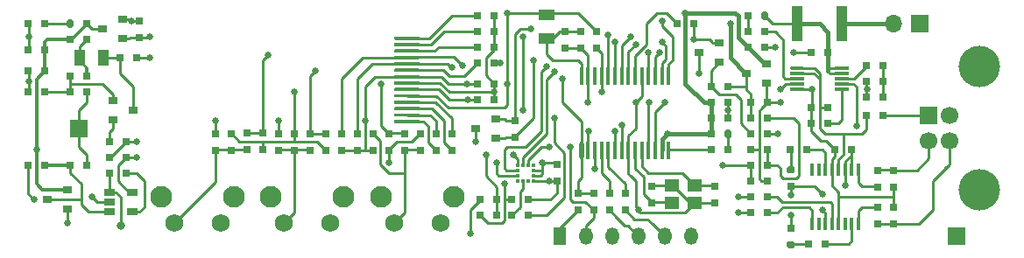
<source format=gtl>
%TF.GenerationSoftware,KiCad,Pcbnew,(5.1.10)-1*%
%TF.CreationDate,2021-09-27T23:11:59+02:00*%
%TF.ProjectId,MLGC210815,4d4c4743-3231-4303-9831-352e6b696361,rev?*%
%TF.SameCoordinates,Original*%
%TF.FileFunction,Copper,L1,Top*%
%TF.FilePolarity,Positive*%
%FSLAX46Y46*%
G04 Gerber Fmt 4.6, Leading zero omitted, Abs format (unit mm)*
G04 Created by KiCad (PCBNEW (5.1.10)-1) date 2021-09-27 23:11:59*
%MOMM*%
%LPD*%
G01*
G04 APERTURE LIST*
%TA.AperFunction,SMDPad,CuDef*%
%ADD10R,0.700000X0.800000*%
%TD*%
%TA.AperFunction,SMDPad,CuDef*%
%ADD11R,0.800000X0.700000*%
%TD*%
%TA.AperFunction,SMDPad,CuDef*%
%ADD12R,1.000000X1.500000*%
%TD*%
%TA.AperFunction,ComponentPad*%
%ADD13R,1.700000X1.700000*%
%TD*%
%TA.AperFunction,ComponentPad*%
%ADD14O,1.700000X1.700000*%
%TD*%
%TA.AperFunction,SMDPad,CuDef*%
%ADD15R,1.400000X1.200000*%
%TD*%
%TA.AperFunction,ComponentPad*%
%ADD16R,1.300000X1.700000*%
%TD*%
%TA.AperFunction,ComponentPad*%
%ADD17O,1.300000X1.700000*%
%TD*%
%TA.AperFunction,SMDPad,CuDef*%
%ADD18R,1.500000X1.000000*%
%TD*%
%TA.AperFunction,SMDPad,CuDef*%
%ADD19R,0.900000X0.800000*%
%TD*%
%TA.AperFunction,SMDPad,CuDef*%
%ADD20O,1.475000X0.300000*%
%TD*%
%TA.AperFunction,SMDPad,CuDef*%
%ADD21R,1.475000X0.300000*%
%TD*%
%TA.AperFunction,SMDPad,CuDef*%
%ADD22O,0.400000X1.200000*%
%TD*%
%TA.AperFunction,SMDPad,CuDef*%
%ADD23R,0.400000X1.200000*%
%TD*%
%TA.AperFunction,SMDPad,CuDef*%
%ADD24R,0.375000X0.350000*%
%TD*%
%TA.AperFunction,SMDPad,CuDef*%
%ADD25R,0.350000X0.375000*%
%TD*%
%TA.AperFunction,SMDPad,CuDef*%
%ADD26R,1.060000X0.650000*%
%TD*%
%TA.AperFunction,SMDPad,CuDef*%
%ADD27O,0.450000X1.750000*%
%TD*%
%TA.AperFunction,SMDPad,CuDef*%
%ADD28R,0.450000X1.750000*%
%TD*%
%TA.AperFunction,ComponentPad*%
%ADD29C,2.100000*%
%TD*%
%TA.AperFunction,ComponentPad*%
%ADD30C,1.750000*%
%TD*%
%TA.AperFunction,ComponentPad*%
%ADD31C,1.700000*%
%TD*%
%TA.AperFunction,ComponentPad*%
%ADD32C,4.000000*%
%TD*%
%TA.AperFunction,SMDPad,CuDef*%
%ADD33R,1.125000X3.400000*%
%TD*%
%TA.AperFunction,ViaPad*%
%ADD34C,0.635000*%
%TD*%
%TA.AperFunction,ViaPad*%
%ADD35C,0.812800*%
%TD*%
%TA.AperFunction,ViaPad*%
%ADD36C,0.800000*%
%TD*%
%TA.AperFunction,Conductor*%
%ADD37C,0.254000*%
%TD*%
%TA.AperFunction,Conductor*%
%ADD38C,0.250000*%
%TD*%
%TA.AperFunction,Conductor*%
%ADD39C,0.304800*%
%TD*%
%TA.AperFunction,Conductor*%
%ADD40C,0.381000*%
%TD*%
G04 APERTURE END LIST*
%TO.P,U7,14*%
%TO.N,Net-(C36-Pad1)*%
%TA.AperFunction,SMDPad,CuDef*%
G36*
G01*
X36340000Y20614000D02*
X36340000Y20774000D01*
G75*
G02*
X36420000Y20854000I80000J0D01*
G01*
X38760000Y20854000D01*
G75*
G02*
X38840000Y20774000I0J-80000D01*
G01*
X38840000Y20614000D01*
G75*
G02*
X38760000Y20534000I-80000J0D01*
G01*
X36420000Y20534000D01*
G75*
G02*
X36340000Y20614000I0J80000D01*
G01*
G37*
%TD.AperFunction*%
%TO.P,U7,13*%
%TO.N,Net-(C35-Pad1)*%
%TA.AperFunction,SMDPad,CuDef*%
G36*
G01*
X36340000Y19994000D02*
X36340000Y20154000D01*
G75*
G02*
X36420000Y20234000I80000J0D01*
G01*
X38760000Y20234000D01*
G75*
G02*
X38840000Y20154000I0J-80000D01*
G01*
X38840000Y19994000D01*
G75*
G02*
X38760000Y19914000I-80000J0D01*
G01*
X36420000Y19914000D01*
G75*
G02*
X36340000Y19994000I0J80000D01*
G01*
G37*
%TD.AperFunction*%
%TO.P,U7,12*%
%TO.N,Net-(R42-Pad1)*%
%TA.AperFunction,SMDPad,CuDef*%
G36*
G01*
X36340000Y19374000D02*
X36340000Y19534000D01*
G75*
G02*
X36420000Y19614000I80000J0D01*
G01*
X38760000Y19614000D01*
G75*
G02*
X38840000Y19534000I0J-80000D01*
G01*
X38840000Y19374000D01*
G75*
G02*
X38760000Y19294000I-80000J0D01*
G01*
X36420000Y19294000D01*
G75*
G02*
X36340000Y19374000I0J80000D01*
G01*
G37*
%TD.AperFunction*%
%TO.P,U7,11*%
%TO.N,/SDA1*%
%TA.AperFunction,SMDPad,CuDef*%
G36*
G01*
X36340000Y18754000D02*
X36340000Y18914000D01*
G75*
G02*
X36420000Y18994000I80000J0D01*
G01*
X38760000Y18994000D01*
G75*
G02*
X38840000Y18914000I0J-80000D01*
G01*
X38840000Y18754000D01*
G75*
G02*
X38760000Y18674000I-80000J0D01*
G01*
X36420000Y18674000D01*
G75*
G02*
X36340000Y18754000I0J80000D01*
G01*
G37*
%TD.AperFunction*%
%TO.P,U7,10*%
%TO.N,/SCL1*%
%TA.AperFunction,SMDPad,CuDef*%
G36*
G01*
X36340000Y18134000D02*
X36340000Y18294000D01*
G75*
G02*
X36420000Y18374000I80000J0D01*
G01*
X38760000Y18374000D01*
G75*
G02*
X38840000Y18294000I0J-80000D01*
G01*
X38840000Y18134000D01*
G75*
G02*
X38760000Y18054000I-80000J0D01*
G01*
X36420000Y18054000D01*
G75*
G02*
X36340000Y18134000I0J80000D01*
G01*
G37*
%TD.AperFunction*%
%TO.P,U7,9*%
%TO.N,Net-(R44-Pad2)*%
%TA.AperFunction,SMDPad,CuDef*%
G36*
G01*
X36340000Y17514000D02*
X36340000Y17674000D01*
G75*
G02*
X36420000Y17754000I80000J0D01*
G01*
X38760000Y17754000D01*
G75*
G02*
X38840000Y17674000I0J-80000D01*
G01*
X38840000Y17514000D01*
G75*
G02*
X38760000Y17434000I-80000J0D01*
G01*
X36420000Y17434000D01*
G75*
G02*
X36340000Y17514000I0J80000D01*
G01*
G37*
%TD.AperFunction*%
%TO.P,U7,8*%
%TO.N,+3V3*%
%TA.AperFunction,SMDPad,CuDef*%
G36*
G01*
X36340000Y16894000D02*
X36340000Y17054000D01*
G75*
G02*
X36420000Y17134000I80000J0D01*
G01*
X38760000Y17134000D01*
G75*
G02*
X38840000Y17054000I0J-80000D01*
G01*
X38840000Y16894000D01*
G75*
G02*
X38760000Y16814000I-80000J0D01*
G01*
X36420000Y16814000D01*
G75*
G02*
X36340000Y16894000I0J80000D01*
G01*
G37*
%TD.AperFunction*%
%TO.P,U7,7*%
%TO.N,GNDD*%
%TA.AperFunction,SMDPad,CuDef*%
G36*
G01*
X36340000Y16274000D02*
X36340000Y16434000D01*
G75*
G02*
X36420000Y16514000I80000J0D01*
G01*
X38760000Y16514000D01*
G75*
G02*
X38840000Y16434000I0J-80000D01*
G01*
X38840000Y16274000D01*
G75*
G02*
X38760000Y16194000I-80000J0D01*
G01*
X36420000Y16194000D01*
G75*
G02*
X36340000Y16274000I0J80000D01*
G01*
G37*
%TD.AperFunction*%
%TO.P,U7,6*%
%TO.N,Net-(C29-Pad1)*%
%TA.AperFunction,SMDPad,CuDef*%
G36*
G01*
X36340000Y15654000D02*
X36340000Y15814000D01*
G75*
G02*
X36420000Y15894000I80000J0D01*
G01*
X38760000Y15894000D01*
G75*
G02*
X38840000Y15814000I0J-80000D01*
G01*
X38840000Y15654000D01*
G75*
G02*
X38760000Y15574000I-80000J0D01*
G01*
X36420000Y15574000D01*
G75*
G02*
X36340000Y15654000I0J80000D01*
G01*
G37*
%TD.AperFunction*%
%TO.P,U7,5*%
%TO.N,+3V3*%
%TA.AperFunction,SMDPad,CuDef*%
G36*
G01*
X36340000Y15034000D02*
X36340000Y15194000D01*
G75*
G02*
X36420000Y15274000I80000J0D01*
G01*
X38760000Y15274000D01*
G75*
G02*
X38840000Y15194000I0J-80000D01*
G01*
X38840000Y15034000D01*
G75*
G02*
X38760000Y14954000I-80000J0D01*
G01*
X36420000Y14954000D01*
G75*
G02*
X36340000Y15034000I0J80000D01*
G01*
G37*
%TD.AperFunction*%
%TO.P,U7,4*%
%TO.N,Net-(C32-Pad1)*%
%TA.AperFunction,SMDPad,CuDef*%
G36*
G01*
X36340000Y14414000D02*
X36340000Y14574000D01*
G75*
G02*
X36420000Y14654000I80000J0D01*
G01*
X38760000Y14654000D01*
G75*
G02*
X38840000Y14574000I0J-80000D01*
G01*
X38840000Y14414000D01*
G75*
G02*
X38760000Y14334000I-80000J0D01*
G01*
X36420000Y14334000D01*
G75*
G02*
X36340000Y14414000I0J80000D01*
G01*
G37*
%TD.AperFunction*%
%TO.P,U7,3*%
%TO.N,Net-(C32-Pad2)*%
%TA.AperFunction,SMDPad,CuDef*%
G36*
G01*
X36340000Y13794000D02*
X36340000Y13954000D01*
G75*
G02*
X36420000Y14034000I80000J0D01*
G01*
X38760000Y14034000D01*
G75*
G02*
X38840000Y13954000I0J-80000D01*
G01*
X38840000Y13794000D01*
G75*
G02*
X38760000Y13714000I-80000J0D01*
G01*
X36420000Y13714000D01*
G75*
G02*
X36340000Y13794000I0J80000D01*
G01*
G37*
%TD.AperFunction*%
%TO.P,U7,2*%
%TO.N,Net-(C30-Pad2)*%
%TA.AperFunction,SMDPad,CuDef*%
G36*
G01*
X36340000Y13174000D02*
X36340000Y13334000D01*
G75*
G02*
X36420000Y13414000I80000J0D01*
G01*
X38760000Y13414000D01*
G75*
G02*
X38840000Y13334000I0J-80000D01*
G01*
X38840000Y13174000D01*
G75*
G02*
X38760000Y13094000I-80000J0D01*
G01*
X36420000Y13094000D01*
G75*
G02*
X36340000Y13174000I0J80000D01*
G01*
G37*
%TD.AperFunction*%
%TO.P,U7,1*%
%TO.N,Net-(C30-Pad1)*%
%TA.AperFunction,SMDPad,CuDef*%
G36*
G01*
X36340000Y12554000D02*
X36340000Y12714000D01*
G75*
G02*
X36420000Y12794000I80000J0D01*
G01*
X38760000Y12794000D01*
G75*
G02*
X38840000Y12714000I0J-80000D01*
G01*
X38840000Y12554000D01*
G75*
G02*
X38760000Y12474000I-80000J0D01*
G01*
X36420000Y12474000D01*
G75*
G02*
X36340000Y12554000I0J80000D01*
G01*
G37*
%TD.AperFunction*%
%TD*%
D10*
%TO.P,R16,2*%
%TO.N,Net-(R16-Pad2)*%
X10464000Y7620000D03*
%TO.P,R16,1*%
%TO.N,Net-(R15-Pad1)*%
X8840000Y7620000D03*
%TD*%
%TO.P,R44,2*%
%TO.N,Net-(R44-Pad2)*%
X44400000Y18288000D03*
%TO.P,R44,1*%
%TO.N,/RST#*%
X46024000Y18288000D03*
%TD*%
%TO.P,C13,2*%
%TO.N,GNDD*%
X44654000Y3556000D03*
%TO.P,C13,1*%
%TO.N,/AN0*%
X46278000Y3556000D03*
%TD*%
D11*
%TO.P,C21,2*%
%TO.N,GNDD*%
X35814000Y9856000D03*
%TO.P,C21,1*%
%TO.N,/UP#*%
X35814000Y11480000D03*
%TD*%
D12*
%TO.P,L1,1*%
%TO.N,Net-(L1-Pad1)*%
X5969000Y18796000D03*
%TO.P,L1,2*%
%TO.N,Net-(C11-Pad2)*%
X8255000Y18796000D03*
%TD*%
D10*
%TO.P,R12,2*%
%TO.N,+3.3VA*%
X5030000Y20599400D03*
%TO.P,R12,1*%
%TO.N,Net-(L1-Pad1)*%
X6654000Y20599400D03*
%TD*%
%TO.P,R7,2*%
%TO.N,Net-(C8-Pad2)*%
X6654000Y8382000D03*
%TO.P,R7,1*%
%TO.N,Net-(D2-Pad3)*%
X5030000Y8382000D03*
%TD*%
%TO.P,C11,2*%
%TO.N,Net-(C11-Pad2)*%
X9856000Y18796000D03*
%TO.P,C11,1*%
%TO.N,/IC1*%
X11480000Y18796000D03*
%TD*%
D13*
%TO.P,J5,1*%
%TO.N,GNDD*%
X87122000Y22098000D03*
D14*
%TO.P,J5,2*%
%TO.N,Net-(F1-Pad2)*%
X84582000Y22098000D03*
%TD*%
D15*
%TO.P,Y1,1*%
%TO.N,Net-(C4-Pad1)*%
X63162000Y4763400D03*
%TO.P,Y1,2*%
%TO.N,GNDD*%
X65362000Y4763400D03*
%TO.P,Y1,3*%
%TO.N,Net-(C5-Pad1)*%
X65362000Y6463400D03*
%TO.P,Y1,4*%
%TO.N,GNDD*%
X63162000Y6463400D03*
%TD*%
D13*
%TO.P,J4,1*%
%TO.N,Net-(C8-Pad2)*%
X5842000Y11938000D03*
%TD*%
%TO.P,J3,1*%
%TO.N,GNDD*%
X90678000Y1524000D03*
%TD*%
D16*
%TO.P,J1,1*%
%TO.N,Net-(J1-Pad1)*%
X52324000Y1549400D03*
D17*
%TO.P,J1,2*%
%TO.N,+3V3*%
X54864000Y1549400D03*
%TO.P,J1,3*%
%TO.N,GNDD*%
X57404000Y1549400D03*
%TO.P,J1,4*%
%TO.N,Net-(J1-Pad4)*%
X59944000Y1549400D03*
%TO.P,J1,5*%
%TO.N,Net-(J1-Pad5)*%
X62484000Y1549400D03*
%TO.P,J1,6*%
%TO.N,Net-(J1-Pad6)*%
X65024000Y1549400D03*
%TD*%
D10*
%TO.P,R1,2*%
%TO.N,GNDD*%
X966000Y22098000D03*
%TO.P,R1,1*%
%TO.N,Net-(D1-Pad1)*%
X2590000Y22098000D03*
%TD*%
%TO.P,C8,2*%
%TO.N,Net-(C8-Pad2)*%
X6654000Y15494000D03*
%TO.P,C8,1*%
%TO.N,Net-(C8-Pad1)*%
X5030000Y15494000D03*
%TD*%
%TO.P,C6,2*%
%TO.N,GNDD*%
X966000Y17526000D03*
%TO.P,C6,1*%
%TO.N,+3.3VA*%
X2590000Y17526000D03*
%TD*%
D11*
%TO.P,C5,2*%
%TO.N,GNDD*%
X67310000Y4776000D03*
%TO.P,C5,1*%
%TO.N,Net-(C5-Pad1)*%
X67310000Y6400000D03*
%TD*%
%TO.P,C4,2*%
%TO.N,GNDD*%
X61214000Y6400000D03*
%TO.P,C4,1*%
%TO.N,Net-(C4-Pad1)*%
X61214000Y4776000D03*
%TD*%
D10*
%TO.P,C3,2*%
%TO.N,Net-(C3-Pad2)*%
X63704000Y22098000D03*
%TO.P,C3,1*%
%TO.N,GNDD*%
X65328000Y22098000D03*
%TD*%
%TO.P,C2,2*%
%TO.N,GNDD*%
X68630000Y14478000D03*
%TO.P,C2,1*%
%TO.N,+3V3*%
X67006000Y14478000D03*
%TD*%
D11*
%TO.P,R36,2*%
%TO.N,/DEN#*%
X48006000Y11126000D03*
%TO.P,R36,1*%
%TO.N,+BATT*%
X48006000Y12750000D03*
%TD*%
D10*
%TO.P,R14,2*%
%TO.N,Net-(Q3-Pad1)*%
X67006000Y16002000D03*
%TO.P,R14,1*%
%TO.N,+BATT*%
X68630000Y16002000D03*
%TD*%
%TO.P,R13,2*%
%TO.N,GNDD*%
X10464000Y10693400D03*
%TO.P,R13,1*%
%TO.N,Net-(Q2-Pad2)*%
X8840000Y10693400D03*
%TD*%
D11*
%TO.P,R9,2*%
%TO.N,/PSEN#*%
X11684000Y20778000D03*
%TO.P,R9,1*%
%TO.N,+3V3*%
X11684000Y22402000D03*
%TD*%
D10*
%TO.P,R43,2*%
%TO.N,Net-(R43-Pad2)*%
X72186000Y21336000D03*
%TO.P,R43,1*%
%TO.N,Net-(D6-Pad2)*%
X70562000Y21336000D03*
%TD*%
D11*
%TO.P,R21,2*%
%TO.N,+3V3*%
X25146000Y11480000D03*
%TO.P,R21,1*%
%TO.N,Net-(C19-Pad1)*%
X25146000Y9856000D03*
%TD*%
%TO.P,R20,2*%
%TO.N,+3V3*%
X34290000Y9856000D03*
%TO.P,R20,1*%
%TO.N,Net-(C18-Pad1)*%
X34290000Y11480000D03*
%TD*%
%TO.P,R19,2*%
%TO.N,+3V3*%
X19050000Y11480000D03*
%TO.P,R19,1*%
%TO.N,Net-(C17-Pad1)*%
X19050000Y9856000D03*
%TD*%
D10*
%TO.P,R11,2*%
%TO.N,Net-(C8-Pad1)*%
X2590000Y15494000D03*
%TO.P,R11,1*%
%TO.N,GNDD*%
X966000Y15494000D03*
%TD*%
%TO.P,R10,2*%
%TO.N,Net-(C8-Pad1)*%
X5030000Y17018000D03*
%TO.P,R10,1*%
%TO.N,Net-(L1-Pad1)*%
X6654000Y17018000D03*
%TD*%
%TO.P,C10,2*%
%TO.N,GNDD*%
X8840000Y9144000D03*
%TO.P,C10,1*%
%TO.N,+3.3VA*%
X10464000Y9144000D03*
%TD*%
%TO.P,L3,1*%
%TO.N,/5V_USB*%
X81992000Y13208000D03*
%TO.P,L3,2*%
%TO.N,Net-(J2-Pad1)*%
X83616000Y13208000D03*
%TD*%
D18*
%TO.P,L2,1*%
%TO.N,+3V3*%
X51054000Y22987000D03*
%TO.P,L2,2*%
%TO.N,Net-(C15-Pad1)*%
X51054000Y20701000D03*
%TD*%
D10*
%TO.P,R38,2*%
%TO.N,/PC-TX*%
X76250000Y9931400D03*
%TO.P,R38,1*%
%TO.N,Net-(D5-Pad1)*%
X74626000Y9931400D03*
%TD*%
%TO.P,R28,2*%
%TO.N,/PC-RX*%
X78028000Y787400D03*
%TO.P,R28,1*%
%TO.N,Net-(D4-Pad1)*%
X76404000Y787400D03*
%TD*%
%TO.P,R6,2*%
%TO.N,/LIVE_LED*%
X67006000Y9906000D03*
%TO.P,R6,1*%
%TO.N,Net-(D3-Pad1)*%
X68630000Y9906000D03*
%TD*%
D11*
%TO.P,R5,2*%
%TO.N,/MCLR#*%
X55626000Y5663400D03*
%TO.P,R5,1*%
%TO.N,+3V3*%
X55626000Y4039400D03*
%TD*%
%TO.P,R4,2*%
%TO.N,Net-(J1-Pad1)*%
X54102000Y4039400D03*
%TO.P,R4,1*%
%TO.N,/MCLR#*%
X54102000Y5663400D03*
%TD*%
%TO.P,R3,2*%
%TO.N,Net-(J1-Pad4)*%
X57150000Y4039400D03*
%TO.P,R3,1*%
%TO.N,/PGD*%
X57150000Y5663400D03*
%TD*%
%TO.P,R2,2*%
%TO.N,Net-(J1-Pad5)*%
X58674000Y4039400D03*
%TO.P,R2,1*%
%TO.N,/PGC*%
X58674000Y5663400D03*
%TD*%
D10*
%TO.P,C1,2*%
%TO.N,GNDD*%
X68630000Y12954000D03*
%TO.P,C1,1*%
%TO.N,+3V3*%
X67006000Y12954000D03*
%TD*%
%TO.P,R45,2*%
%TO.N,Net-(Q3-Pad1)*%
X70816000Y11430000D03*
%TO.P,R45,1*%
%TO.N,/PG#*%
X72440000Y11430000D03*
%TD*%
D19*
%TO.P,U3,1*%
%TO.N,GNDD*%
X72374000Y16322000D03*
%TO.P,U3,2*%
%TO.N,+3V3*%
X72374000Y18222000D03*
%TO.P,U3,3*%
%TO.N,+BATT*%
X70374000Y17272000D03*
%TD*%
D20*
%TO.P,U6,1*%
%TO.N,/5V_USB*%
X75307500Y17764000D03*
D21*
%TO.P,U6,2*%
X75307500Y17264000D03*
%TO.P,U6,3*%
%TO.N,Net-(R43-Pad2)*%
X75307500Y16764000D03*
%TO.P,U6,4*%
%TO.N,/CH_CPLT#*%
X75307500Y16264000D03*
%TO.P,U6,5*%
%TO.N,GNDD*%
X75307500Y15764000D03*
%TO.P,U6,6*%
%TO.N,Net-(R37-Pad1)*%
X79632500Y15764000D03*
%TO.P,U6,7*%
%TO.N,/PG#*%
X79632500Y16264000D03*
%TO.P,U6,8*%
%TO.N,Net-(R30-Pad1)*%
X79632500Y16764000D03*
%TO.P,U6,9*%
%TO.N,+BATT*%
X79632500Y17264000D03*
%TO.P,U6,10*%
X79632500Y17764000D03*
%TD*%
D22*
%TO.P,U5,1*%
%TO.N,Net-(R26-Pad1)*%
X76771500Y2734000D03*
D23*
%TO.P,U5,2*%
%TO.N,Net-(U5-Pad2)*%
X77406500Y2734000D03*
%TO.P,U5,3*%
%TO.N,/+3V3_USB*%
X78041500Y2734000D03*
%TO.P,U5,4*%
%TO.N,Net-(R27-Pad2)*%
X78676500Y2734000D03*
%TO.P,U5,5*%
%TO.N,GNDD*%
X79311500Y2734000D03*
%TO.P,U5,6*%
%TO.N,Net-(U5-Pad6)*%
X79946500Y2734000D03*
%TO.P,U5,7*%
%TO.N,/PC-RX*%
X80581500Y2734000D03*
%TO.P,U5,8*%
%TO.N,Net-(R40-Pad2)*%
X81216500Y2734000D03*
%TO.P,U5,9*%
%TO.N,Net-(R39-Pad2)*%
X81216500Y7934000D03*
%TO.P,U5,10*%
%TO.N,/+3V3_USB*%
X80581500Y7934000D03*
%TO.P,U5,11*%
X79946500Y7934000D03*
%TO.P,U5,12*%
%TO.N,/5V_USB*%
X79311500Y7934000D03*
%TO.P,U5,13*%
%TO.N,GNDD*%
X78676500Y7934000D03*
%TO.P,U5,14*%
%TO.N,/PC-TX*%
X78041500Y7934000D03*
%TO.P,U5,15*%
%TO.N,Net-(U5-Pad15)*%
X77406500Y7934000D03*
%TO.P,U5,16*%
%TO.N,Net-(U5-Pad16)*%
X76771500Y7934000D03*
%TD*%
D24*
%TO.P,U4,2*%
%TO.N,/SDA1*%
X48259500Y7895400D03*
%TO.P,U4,3*%
%TO.N,+3V3*%
X48259500Y7395400D03*
%TO.P,U4,9*%
%TO.N,GNDD*%
X49784500Y7895400D03*
%TO.P,U4,8*%
X49784500Y7395400D03*
%TO.P,U4,4*%
%TO.N,Net-(U4-Pad4)*%
X48259500Y6895400D03*
%TO.P,U4,7*%
%TO.N,+3V3*%
X49784500Y6895400D03*
%TO.P,U4,1*%
%TO.N,GNDD*%
X48259500Y8395400D03*
%TO.P,U4,10*%
%TO.N,Net-(U4-Pad10)*%
X49784500Y8395400D03*
D25*
%TO.P,U4,5*%
%TO.N,Net-(R25-Pad2)*%
X48772000Y6882900D03*
%TO.P,U4,6*%
%TO.N,Net-(U4-Pad6)*%
X49272000Y6882900D03*
%TO.P,U4,11*%
%TO.N,+3V3*%
X49272000Y8407900D03*
%TO.P,U4,12*%
%TO.N,/SCL1*%
X48772000Y8407900D03*
%TD*%
D26*
%TO.P,U2,1*%
%TO.N,Net-(R15-Pad1)*%
X8806000Y5776000D03*
%TO.P,U2,2*%
%TO.N,GNDD*%
X8806000Y4826000D03*
%TO.P,U2,3*%
%TO.N,Net-(D2-Pad3)*%
X8806000Y3876000D03*
%TO.P,U2,4*%
%TO.N,Net-(R16-Pad2)*%
X11006000Y3876000D03*
%TO.P,U2,5*%
%TO.N,+3.3VA*%
X11006000Y5776000D03*
%TD*%
D27*
%TO.P,U1,1*%
%TO.N,/MCLR#*%
X54449000Y9862000D03*
D28*
%TO.P,U1,2*%
%TO.N,/AN0*%
X55099000Y9862000D03*
%TO.P,U1,3*%
%TO.N,/AN1*%
X55749000Y9862000D03*
%TO.P,U1,4*%
%TO.N,/PGD*%
X56399000Y9862000D03*
%TO.P,U1,5*%
%TO.N,/PGC*%
X57049000Y9862000D03*
%TO.P,U1,6*%
%TO.N,/IC1*%
X57699000Y9862000D03*
%TO.P,U1,7*%
%TO.N,/INT1*%
X58349000Y9862000D03*
%TO.P,U1,8*%
%TO.N,GNDD*%
X58999000Y9862000D03*
%TO.P,U1,9*%
%TO.N,Net-(C4-Pad1)*%
X59649000Y9862000D03*
%TO.P,U1,10*%
%TO.N,Net-(C5-Pad1)*%
X60299000Y9862000D03*
%TO.P,U1,11*%
%TO.N,/U1TX*%
X60949000Y9862000D03*
%TO.P,U1,12*%
%TO.N,/U1RX*%
X61599000Y9862000D03*
%TO.P,U1,13*%
%TO.N,+3V3*%
X62249000Y9862000D03*
%TO.P,U1,14*%
%TO.N,/LIVE_LED*%
X62899000Y9862000D03*
%TO.P,U1,15*%
%TO.N,/PSEN#*%
X62899000Y17062000D03*
%TO.P,U1,16*%
%TO.N,/RST#*%
X62249000Y17062000D03*
%TO.P,U1,17*%
%TO.N,/SCL1*%
X61599000Y17062000D03*
%TO.P,U1,18*%
%TO.N,/SDA1*%
X60949000Y17062000D03*
%TO.P,U1,19*%
%TO.N,GNDD*%
X60299000Y17062000D03*
%TO.P,U1,20*%
%TO.N,Net-(C3-Pad2)*%
X59649000Y17062000D03*
%TO.P,U1,21*%
%TO.N,/DEN#*%
X58999000Y17062000D03*
%TO.P,U1,22*%
%TO.N,/UP#*%
X58349000Y17062000D03*
%TO.P,U1,23*%
%TO.N,/OK#*%
X57699000Y17062000D03*
%TO.P,U1,24*%
%TO.N,/DN#*%
X57049000Y17062000D03*
%TO.P,U1,25*%
%TO.N,/CH_CPLT#*%
X56399000Y17062000D03*
%TO.P,U1,26*%
%TO.N,Net-(U1-Pad26)*%
X55749000Y17062000D03*
%TO.P,U1,27*%
%TO.N,GNDD*%
X55099000Y17062000D03*
%TO.P,U1,28*%
%TO.N,Net-(C15-Pad1)*%
X54449000Y17062000D03*
%TD*%
D10*
%TO.P,TH1,2*%
%TO.N,GNDD*%
X81992000Y14986000D03*
%TO.P,TH1,1*%
%TO.N,Net-(R29-Pad1)*%
X83616000Y14986000D03*
%TD*%
D29*
%TO.P,SW3,*%
%TO.N,*%
X24430000Y5309400D03*
D30*
%TO.P,SW3,2*%
%TO.N,Net-(C19-Pad1)*%
X25690000Y2819400D03*
%TO.P,SW3,1*%
%TO.N,GNDD*%
X30190000Y2819400D03*
D29*
%TO.P,SW3,*%
%TO.N,*%
X31440000Y5309400D03*
%TD*%
%TO.P,SW2,*%
%TO.N,*%
X35098000Y5309400D03*
D30*
%TO.P,SW2,2*%
%TO.N,Net-(C18-Pad1)*%
X36358000Y2819400D03*
%TO.P,SW2,1*%
%TO.N,GNDD*%
X40858000Y2819400D03*
D29*
%TO.P,SW2,*%
%TO.N,*%
X42108000Y5309400D03*
%TD*%
%TO.P,SW1,*%
%TO.N,*%
X13863600Y5309400D03*
D30*
%TO.P,SW1,2*%
%TO.N,Net-(C17-Pad1)*%
X15123600Y2819400D03*
%TO.P,SW1,1*%
%TO.N,GNDD*%
X19623600Y2819400D03*
D29*
%TO.P,SW1,*%
%TO.N,*%
X20873600Y5309400D03*
%TD*%
D10*
%TO.P,R42,2*%
%TO.N,GNDD*%
X46024000Y19812000D03*
%TO.P,R42,1*%
%TO.N,Net-(R42-Pad1)*%
X44400000Y19812000D03*
%TD*%
D11*
%TO.P,R41,2*%
%TO.N,+3V3*%
X55880000Y21386000D03*
%TO.P,R41,1*%
%TO.N,/CH_CPLT#*%
X55880000Y19762000D03*
%TD*%
%TO.P,R40,2*%
%TO.N,Net-(R40-Pad2)*%
X83058000Y4368000D03*
%TO.P,R40,1*%
%TO.N,/D+*%
X83058000Y2744000D03*
%TD*%
%TO.P,R39,2*%
%TO.N,Net-(R39-Pad2)*%
X83058000Y6300000D03*
%TO.P,R39,1*%
%TO.N,/D-*%
X83058000Y7924000D03*
%TD*%
D10*
%TO.P,R37,2*%
%TO.N,GNDD*%
X76658000Y12471400D03*
%TO.P,R37,1*%
%TO.N,Net-(R37-Pad1)*%
X78282000Y12471400D03*
%TD*%
%TO.P,R35,2*%
%TO.N,GNDD*%
X70816000Y9906000D03*
%TO.P,R35,1*%
%TO.N,Net-(R31-Pad2)*%
X72440000Y9906000D03*
%TD*%
%TO.P,R34,2*%
%TO.N,Net-(R31-Pad2)*%
X72440000Y12954000D03*
%TO.P,R34,1*%
%TO.N,+BATT*%
X70816000Y12954000D03*
%TD*%
D11*
%TO.P,R33,2*%
%TO.N,+3V3*%
X31242000Y9856000D03*
%TO.P,R33,1*%
%TO.N,/SDA1*%
X31242000Y11480000D03*
%TD*%
%TO.P,R32,2*%
%TO.N,+3V3*%
X32766000Y9856000D03*
%TO.P,R32,1*%
%TO.N,/SCL1*%
X32766000Y11480000D03*
%TD*%
D10*
%TO.P,R31,2*%
%TO.N,Net-(R31-Pad2)*%
X72440000Y8382000D03*
%TO.P,R31,1*%
%TO.N,/AN1*%
X70816000Y8382000D03*
%TD*%
%TO.P,R30,2*%
%TO.N,Net-(R29-Pad1)*%
X83616000Y18034000D03*
%TO.P,R30,1*%
%TO.N,Net-(R30-Pad1)*%
X81992000Y18034000D03*
%TD*%
%TO.P,R29,2*%
%TO.N,GNDD*%
X81992000Y16510000D03*
%TO.P,R29,1*%
%TO.N,Net-(R29-Pad1)*%
X83616000Y16510000D03*
%TD*%
%TO.P,R27,2*%
%TO.N,Net-(R27-Pad2)*%
X72440000Y5334000D03*
%TO.P,R27,1*%
%TO.N,/U1TX*%
X70816000Y5334000D03*
%TD*%
%TO.P,R26,2*%
%TO.N,/U1RX*%
X70816000Y3810000D03*
%TO.P,R26,1*%
%TO.N,Net-(R26-Pad1)*%
X72440000Y3810000D03*
%TD*%
%TO.P,R25,2*%
%TO.N,Net-(R25-Pad2)*%
X47702000Y3556000D03*
%TO.P,R25,1*%
%TO.N,/INT1*%
X49326000Y3556000D03*
%TD*%
D11*
%TO.P,R24,2*%
%TO.N,Net-(C19-Pad1)*%
X28194000Y9856000D03*
%TO.P,R24,1*%
%TO.N,/OK#*%
X28194000Y11480000D03*
%TD*%
%TO.P,R23,2*%
%TO.N,Net-(C18-Pad1)*%
X37338000Y9856000D03*
%TO.P,R23,1*%
%TO.N,/UP#*%
X37338000Y11480000D03*
%TD*%
%TO.P,R22,2*%
%TO.N,Net-(C17-Pad1)*%
X22098000Y9881400D03*
%TO.P,R22,1*%
%TO.N,/DN#*%
X22098000Y11505400D03*
%TD*%
D10*
%TO.P,R15,2*%
%TO.N,/AN0*%
X46278000Y5080000D03*
%TO.P,R15,1*%
%TO.N,Net-(R15-Pad1)*%
X44654000Y5080000D03*
%TD*%
%TO.P,R8,2*%
%TO.N,GNDD*%
X966000Y8382000D03*
%TO.P,R8,1*%
%TO.N,Net-(D2-Pad3)*%
X2590000Y8382000D03*
%TD*%
D19*
%TO.P,Q4,1*%
%TO.N,/DEN#*%
X46212000Y10988000D03*
%TO.P,Q4,2*%
%TO.N,+BATT*%
X46212000Y12888000D03*
%TO.P,Q4,3*%
%TO.N,Net-(C29-Pad1)*%
X44212000Y11938000D03*
%TD*%
%TO.P,Q3,1*%
%TO.N,Net-(Q3-Pad1)*%
X67802000Y18354000D03*
%TO.P,Q3,2*%
%TO.N,GNDD*%
X67802000Y20254000D03*
%TO.P,Q3,3*%
%TO.N,/MCLR#*%
X65802000Y19304000D03*
%TD*%
%TO.P,Q2,1*%
%TO.N,Net-(C8-Pad1)*%
X9160000Y14666000D03*
%TO.P,Q2,2*%
%TO.N,Net-(Q2-Pad2)*%
X9160000Y12766000D03*
%TO.P,Q2,3*%
%TO.N,Net-(C11-Pad2)*%
X11160000Y13716000D03*
%TD*%
%TO.P,Q1,1*%
%TO.N,/PSEN#*%
X10144000Y20640000D03*
%TO.P,Q1,2*%
%TO.N,+3V3*%
X10144000Y22540000D03*
%TO.P,Q1,3*%
%TO.N,+3.3VA*%
X8144000Y21590000D03*
%TD*%
D13*
%TO.P,J2,1*%
%TO.N,Net-(J2-Pad1)*%
X88036000Y13250000D03*
D31*
%TO.P,J2,2*%
%TO.N,/D-*%
X88036000Y10750000D03*
%TO.P,J2,3*%
%TO.N,/D+*%
X90036000Y10750000D03*
%TO.P,J2,4*%
%TO.N,GNDD*%
X90036000Y13250000D03*
D32*
%TO.P,J2,5*%
X92896000Y6000000D03*
X92896000Y18000000D03*
%TD*%
D33*
%TO.P,F1,1*%
%TO.N,+BATT*%
X75332500Y22098000D03*
%TO.P,F1,2*%
%TO.N,Net-(F1-Pad2)*%
X79607500Y22098000D03*
%TD*%
D10*
%TO.P,D6,2*%
%TO.N,Net-(D6-Pad2)*%
X70562000Y22860000D03*
%TO.P,D6,1*%
%TO.N,+BATT*%
%TA.AperFunction,SMDPad,CuDef*%
G36*
G01*
X72536000Y23085000D02*
X72536000Y22635000D01*
G75*
G02*
X72361000Y22460000I-175000J0D01*
G01*
X72011000Y22460000D01*
G75*
G02*
X71836000Y22635000I0J175000D01*
G01*
X71836000Y23085000D01*
G75*
G02*
X72011000Y23260000I175000J0D01*
G01*
X72361000Y23260000D01*
G75*
G02*
X72536000Y23085000I0J-175000D01*
G01*
G37*
%TD.AperFunction*%
%TD*%
D11*
%TO.P,D5,2*%
%TO.N,/+3V3_USB*%
X74676000Y6325400D03*
%TO.P,D5,1*%
%TO.N,Net-(D5-Pad1)*%
%TA.AperFunction,SMDPad,CuDef*%
G36*
G01*
X74451000Y8299400D02*
X74901000Y8299400D01*
G75*
G02*
X75076000Y8124400I0J-175000D01*
G01*
X75076000Y7774400D01*
G75*
G02*
X74901000Y7599400I-175000J0D01*
G01*
X74451000Y7599400D01*
G75*
G02*
X74276000Y7774400I0J175000D01*
G01*
X74276000Y8124400D01*
G75*
G02*
X74451000Y8299400I175000J0D01*
G01*
G37*
%TD.AperFunction*%
%TD*%
%TO.P,D4,2*%
%TO.N,/+3V3_USB*%
X74676000Y2336000D03*
%TO.P,D4,1*%
%TO.N,Net-(D4-Pad1)*%
%TA.AperFunction,SMDPad,CuDef*%
G36*
G01*
X74901000Y362000D02*
X74451000Y362000D01*
G75*
G02*
X74276000Y537000I0J175000D01*
G01*
X74276000Y887000D01*
G75*
G02*
X74451000Y1062000I175000J0D01*
G01*
X74901000Y1062000D01*
G75*
G02*
X75076000Y887000I0J-175000D01*
G01*
X75076000Y537000D01*
G75*
G02*
X74901000Y362000I-175000J0D01*
G01*
G37*
%TD.AperFunction*%
%TD*%
D10*
%TO.P,D3,2*%
%TO.N,+3V3*%
X67006000Y11430000D03*
%TO.P,D3,1*%
%TO.N,Net-(D3-Pad1)*%
%TA.AperFunction,SMDPad,CuDef*%
G36*
G01*
X68980000Y11655000D02*
X68980000Y11205000D01*
G75*
G02*
X68805000Y11030000I-175000J0D01*
G01*
X68455000Y11030000D01*
G75*
G02*
X68280000Y11205000I0J175000D01*
G01*
X68280000Y11655000D01*
G75*
G02*
X68455000Y11830000I175000J0D01*
G01*
X68805000Y11830000D01*
G75*
G02*
X68980000Y11655000I0J-175000D01*
G01*
G37*
%TD.AperFunction*%
%TD*%
D19*
%TO.P,D2,1*%
%TO.N,GNDD*%
X4810000Y4130000D03*
%TO.P,D2,2*%
%TO.N,+3.3VA*%
X4810000Y6030000D03*
%TO.P,D2,3*%
%TO.N,Net-(D2-Pad3)*%
X2810000Y5080000D03*
%TD*%
D10*
%TO.P,D1,2*%
%TO.N,+3.3VA*%
X6654000Y22098000D03*
%TO.P,D1,1*%
%TO.N,Net-(D1-Pad1)*%
%TA.AperFunction,SMDPad,CuDef*%
G36*
G01*
X4680000Y21873000D02*
X4680000Y22323000D01*
G75*
G02*
X4855000Y22498000I175000J0D01*
G01*
X5205000Y22498000D01*
G75*
G02*
X5380000Y22323000I0J-175000D01*
G01*
X5380000Y21873000D01*
G75*
G02*
X5205000Y21698000I-175000J0D01*
G01*
X4855000Y21698000D01*
G75*
G02*
X4680000Y21873000I0J175000D01*
G01*
G37*
%TD.AperFunction*%
%TD*%
%TO.P,C36,2*%
%TO.N,GNDD*%
X46024000Y22860000D03*
%TO.P,C36,1*%
%TO.N,Net-(C36-Pad1)*%
X44400000Y22860000D03*
%TD*%
%TO.P,C35,2*%
%TO.N,GNDD*%
X46024000Y21336000D03*
%TO.P,C35,1*%
%TO.N,Net-(C35-Pad1)*%
X44400000Y21336000D03*
%TD*%
%TO.P,C34,2*%
%TO.N,GNDD*%
X76658000Y13970000D03*
%TO.P,C34,1*%
%TO.N,/5V_USB*%
X78282000Y13970000D03*
%TD*%
D11*
%TO.P,C33,2*%
%TO.N,GNDD*%
X84582000Y6300000D03*
%TO.P,C33,1*%
%TO.N,/D-*%
X84582000Y7924000D03*
%TD*%
%TO.P,C32,2*%
%TO.N,Net-(C32-Pad2)*%
X41910000Y9856000D03*
%TO.P,C32,1*%
%TO.N,Net-(C32-Pad1)*%
X41910000Y11480000D03*
%TD*%
%TO.P,C31,2*%
%TO.N,GNDD*%
X84582000Y4368000D03*
%TO.P,C31,1*%
%TO.N,/D+*%
X84582000Y2744000D03*
%TD*%
%TO.P,C30,2*%
%TO.N,Net-(C30-Pad2)*%
X40386000Y11480000D03*
%TO.P,C30,1*%
%TO.N,Net-(C30-Pad1)*%
X40386000Y9856000D03*
%TD*%
D10*
%TO.P,C29,2*%
%TO.N,GNDD*%
X46024000Y14732000D03*
%TO.P,C29,1*%
%TO.N,Net-(C29-Pad1)*%
X44400000Y14732000D03*
%TD*%
%TO.P,C28,2*%
%TO.N,GNDD*%
X46024000Y16256000D03*
%TO.P,C28,1*%
%TO.N,+3V3*%
X44400000Y16256000D03*
%TD*%
%TO.P,C27,2*%
%TO.N,GNDD*%
X78944000Y9906000D03*
%TO.P,C27,1*%
%TO.N,/+3V3_USB*%
X80568000Y9906000D03*
%TD*%
%TO.P,C26,2*%
%TO.N,GNDD*%
X76658000Y19329400D03*
%TO.P,C26,1*%
%TO.N,+BATT*%
X78282000Y19329400D03*
%TD*%
%TO.P,C25,2*%
%TO.N,GNDD*%
X72440000Y6858000D03*
%TO.P,C25,1*%
%TO.N,/AN1*%
X70816000Y6858000D03*
%TD*%
D11*
%TO.P,C24,2*%
%TO.N,GNDD*%
X52070000Y8457400D03*
%TO.P,C24,1*%
%TO.N,+3V3*%
X52070000Y6833400D03*
%TD*%
D10*
%TO.P,C23,2*%
%TO.N,GNDD*%
X47702000Y5080000D03*
%TO.P,C23,1*%
%TO.N,+3V3*%
X49326000Y5080000D03*
%TD*%
D11*
%TO.P,C22,2*%
%TO.N,GNDD*%
X29718000Y9856000D03*
%TO.P,C22,1*%
%TO.N,/OK#*%
X29718000Y11480000D03*
%TD*%
%TO.P,C20,2*%
%TO.N,GNDD*%
X23622000Y9881400D03*
%TO.P,C20,1*%
%TO.N,/DN#*%
X23622000Y11505400D03*
%TD*%
%TO.P,C19,2*%
%TO.N,GNDD*%
X26670000Y11480000D03*
%TO.P,C19,1*%
%TO.N,Net-(C19-Pad1)*%
X26670000Y9856000D03*
%TD*%
%TO.P,C18,2*%
%TO.N,GNDD*%
X38862000Y11480000D03*
%TO.P,C18,1*%
%TO.N,Net-(C18-Pad1)*%
X38862000Y9856000D03*
%TD*%
%TO.P,C17,2*%
%TO.N,GNDD*%
X20574000Y11480000D03*
%TO.P,C17,1*%
%TO.N,Net-(C17-Pad1)*%
X20574000Y9856000D03*
%TD*%
%TO.P,C16,2*%
%TO.N,GNDD*%
X52832000Y19762000D03*
%TO.P,C16,1*%
%TO.N,Net-(C15-Pad1)*%
X52832000Y21386000D03*
%TD*%
%TO.P,C15,2*%
%TO.N,GNDD*%
X54356000Y19762000D03*
%TO.P,C15,1*%
%TO.N,Net-(C15-Pad1)*%
X54356000Y21386000D03*
%TD*%
D10*
%TO.P,C12,2*%
%TO.N,GNDD*%
X72440000Y14478000D03*
%TO.P,C12,1*%
%TO.N,+BATT*%
X70816000Y14478000D03*
%TD*%
%TO.P,C9,2*%
%TO.N,GNDD*%
X72186000Y19812000D03*
%TO.P,C9,1*%
%TO.N,+3V3*%
X70562000Y19812000D03*
%TD*%
%TO.P,C7,2*%
%TO.N,GNDD*%
X966000Y19558000D03*
%TO.P,C7,1*%
%TO.N,+3.3VA*%
X2590000Y19558000D03*
%TD*%
D34*
%TO.N,GNDD*%
X46024000Y15494000D03*
X74930000Y19304000D03*
X76708000Y15748000D03*
X82042000Y15748000D03*
X73152000Y19812000D03*
X65278000Y20574000D03*
X68580000Y13716000D03*
X50685690Y8636000D03*
X59689997Y14478003D03*
X55099000Y14497000D03*
X73660000Y14478000D03*
X59944000Y4064000D03*
X26670000Y15494000D03*
X11430000Y10668000D03*
X35814000Y8636000D03*
X46990000Y6604000D03*
X47868195Y9396115D03*
X4810000Y2810000D03*
X1016000Y16510000D03*
X1524000Y5080000D03*
X1016000Y20828000D03*
X7112000Y5334000D03*
%TO.N,/+3V3_USB*%
X74676000Y3581400D03*
X74676000Y5473700D03*
X77724000Y5613400D03*
X79946516Y6438884D03*
X77724000Y4089400D03*
D35*
%TO.N,Net-(R15-Pad1)*%
X9906000Y2540000D03*
D34*
X43688000Y1778000D03*
%TO.N,/INT1*%
X58349000Y12262992D03*
X51816000Y12954000D03*
%TO.N,/PG#*%
X81026000Y12192000D03*
X73406000Y11430000D03*
%TO.N,+3V3*%
X51308000Y6858000D03*
X46228000Y8636000D03*
X47244000Y23114000D03*
X47244000Y16256000D03*
X43408600Y16281400D03*
X62738000Y11430000D03*
X33528000Y12700000D03*
X25146000Y12700000D03*
X19050000Y12700000D03*
X51307988Y10160000D03*
X53340000Y10160000D03*
X64503310Y23126676D03*
X10921989Y22352011D03*
%TO.N,+3.3VA*%
X11430000Y9144000D03*
X1778006Y9906000D03*
%TO.N,/IC1*%
X48768000Y13716000D03*
X57657996Y11684004D03*
X12700000Y18796000D03*
X48768000Y20828000D03*
%TO.N,+BATT*%
X68834000Y22098006D03*
X49530000Y21590000D03*
D36*
X75332528Y22098000D03*
D34*
%TO.N,/AN0*%
X55118000Y11684000D03*
X45212000Y9398000D03*
%TO.N,/DN#*%
X24130000Y19050000D03*
X57048994Y20981006D03*
%TO.N,/UP#*%
X35052000Y16256000D03*
X59182000Y20828000D03*
%TO.N,/OK#*%
X28702000Y17526006D03*
X57699000Y20361000D03*
%TO.N,/AN1*%
X55749000Y8022400D03*
X68072000Y8382000D03*
%TO.N,Net-(C29-Pad1)*%
X43434000Y14732000D03*
X44196000Y10668000D03*
%TO.N,/PSEN#*%
X12700000Y20828000D03*
X62229986Y22352000D03*
%TO.N,/MCLR#*%
X52578004Y16789400D03*
X65786000Y17272000D03*
%TO.N,/DEN#*%
X59690000Y20066000D03*
X49784000Y18542000D03*
%TO.N,/U1RX*%
X69596000Y3810000D03*
X62484006Y14478000D03*
%TO.N,/U1TX*%
X69596000Y5334000D03*
X60960000Y14478000D03*
%TO.N,/SCL1*%
X41910000Y17849133D03*
X51816000Y17413690D03*
X61985101Y19300967D03*
%TO.N,/SDA1*%
X42926000Y18034000D03*
X60949000Y19292996D03*
X51054000Y17919690D03*
%TO.N,/CH_CPLT#*%
X56388000Y15494000D03*
X73660000Y15739835D03*
%TO.N,/RST#*%
X46621690Y18288000D03*
X62230000Y20320000D03*
%TD*%
D37*
%TO.N,Net-(D1-Pad1)*%
X5030000Y22098000D02*
X2590000Y22098000D01*
%TO.N,/PGC*%
X57049000Y9887400D02*
X57049000Y8281000D01*
X57049000Y8229000D02*
X58674000Y6604000D01*
X57049000Y9887400D02*
X57049000Y8229000D01*
X58674000Y6604000D02*
X58674000Y5663400D01*
%TO.N,/PGD*%
X56399000Y8879000D02*
X56399000Y7609000D01*
X56399000Y9887400D02*
X56399000Y8879000D01*
X57150000Y6858000D02*
X57150000Y5663400D01*
X56399000Y7609000D02*
X57150000Y6858000D01*
%TO.N,GNDD*%
X63124000Y6425400D02*
X63162000Y6463400D01*
X61214000Y6425400D02*
X63124000Y6425400D01*
X67272000Y4763400D02*
X67310000Y4801400D01*
X65362000Y4763400D02*
X67272000Y4763400D01*
X71836000Y6883400D02*
X72440000Y6883400D01*
X71628000Y7091400D02*
X71836000Y6883400D01*
X70816000Y9931400D02*
X71628000Y9931400D01*
X71628000Y9931400D02*
X71628000Y7091400D01*
X84582000Y6325400D02*
X84582000Y5613400D01*
X91948000Y5382000D02*
X92566000Y6000000D01*
X87579400Y21412000D02*
X87122000Y21869400D01*
X64962000Y4763400D02*
X65362000Y4763400D01*
X63262000Y6463400D02*
X64962000Y4763400D01*
X63162000Y6463400D02*
X63262000Y6463400D01*
X72440000Y6883400D02*
X72440000Y6679400D01*
X72552600Y16347400D02*
X72374000Y16347400D01*
X81992000Y15011400D02*
X81992000Y15798000D01*
X81992000Y15798000D02*
X81992000Y16535400D01*
X74955400Y19329400D02*
X74930000Y19304000D01*
X76658000Y19329400D02*
X76225400Y19329400D01*
X76225400Y19329400D02*
X74955400Y19329400D01*
X76225400Y19329400D02*
X75666600Y19329400D01*
X72186000Y19837400D02*
X73126600Y19837400D01*
X72374000Y14544000D02*
X72440000Y14478000D01*
X72374000Y16347400D02*
X72374000Y14544000D01*
X68580000Y12954000D02*
X68580000Y14478000D01*
X67122000Y20254000D02*
X67802000Y20254000D01*
X50516414Y7395400D02*
X50685690Y7564676D01*
X49784500Y7395400D02*
X50516414Y7395400D01*
X60299000Y17087400D02*
X60299000Y15087006D01*
X60299000Y15087006D02*
X59689997Y14478003D01*
X65278000Y22327400D02*
X65328000Y22377400D01*
X65278000Y20574000D02*
X65278000Y22327400D01*
X66802000Y20574000D02*
X67056000Y20320000D01*
X65278000Y20574000D02*
X66802000Y20574000D01*
X67122000Y20254000D02*
X67056000Y20320000D01*
X71628000Y13666000D02*
X71907000Y13945000D01*
X71628000Y11176000D02*
X71628000Y13666000D01*
X71907000Y13945000D02*
X72440000Y14478000D01*
X71628000Y9931400D02*
X71628000Y11176000D01*
X72440000Y14478000D02*
X73660000Y14478000D01*
X59194700Y7378700D02*
X59436000Y7137400D01*
X64457199Y3858599D02*
X65362000Y4763400D01*
X59194700Y7378700D02*
X59690000Y6883400D01*
X60682801Y3858599D02*
X61008599Y3858599D01*
X61008599Y3858599D02*
X64457199Y3858599D01*
X59690000Y6883400D02*
X59690000Y5080000D01*
X59690000Y5080000D02*
X59690000Y4851400D01*
X38862000Y11505400D02*
X38862000Y11430000D01*
X26670000Y11505400D02*
X26670000Y10718800D01*
X23622000Y9881400D02*
X23622000Y10668000D01*
X8914600Y9144000D02*
X10464000Y10693400D01*
X8840000Y9144000D02*
X8914600Y9144000D01*
X79311500Y4914900D02*
X79311500Y4381500D01*
X79311500Y4381500D02*
X79311500Y2796000D01*
X78676500Y6667500D02*
X78676500Y6438900D01*
X78676500Y7996000D02*
X78676500Y6667500D01*
X78676500Y6413500D02*
X78676500Y6667500D01*
X79311500Y5778500D02*
X78676500Y6413500D01*
X79375000Y5334000D02*
X79311500Y5270500D01*
X80010000Y5334000D02*
X79375000Y5334000D01*
X79311500Y5270500D02*
X79311500Y5778500D01*
X79311500Y4381500D02*
X79311500Y5270500D01*
X80010000Y5334000D02*
X79781400Y5334000D01*
X84582000Y5613400D02*
X84582000Y5334000D01*
X84582000Y5334000D02*
X84582000Y4647400D01*
X84302600Y5334000D02*
X83820000Y5334000D01*
X83820000Y5334000D02*
X84582000Y5334000D01*
X83820000Y5334000D02*
X80010000Y5334000D01*
X38024600Y10668000D02*
X36600600Y10668000D01*
X36600600Y10668000D02*
X35814000Y9881400D01*
X38862000Y11505400D02*
X38024600Y10668000D01*
X28906000Y10668000D02*
X29642600Y9931400D01*
X21411400Y10668000D02*
X28906000Y10668000D01*
X20574000Y11505400D02*
X21411400Y10668000D01*
X24384000Y10668000D02*
X24384000Y10668006D01*
X76692000Y15764000D02*
X76708000Y15748000D01*
X75307500Y15764000D02*
X76692000Y15764000D01*
X55099000Y17087400D02*
X55099000Y14497000D01*
X55099000Y18561000D02*
X55099000Y17087400D01*
X55099000Y18561000D02*
X55099000Y18765000D01*
X52832000Y19762000D02*
X54356000Y19762000D01*
X54356000Y19762000D02*
X54406000Y19762000D01*
X55099000Y19069000D02*
X55099000Y18765000D01*
X54406000Y19762000D02*
X55099000Y19069000D01*
X45924000Y15544000D02*
X45974000Y15494000D01*
X45991401Y15576599D02*
X46024000Y15544000D01*
X46024000Y15544000D02*
X46024000Y14732000D01*
X46024000Y22885400D02*
X46024000Y19837400D01*
X46024000Y19837400D02*
X46024000Y19608000D01*
X46024000Y19608000D02*
X45212000Y18796000D01*
X45212000Y17093400D02*
X46024000Y16281400D01*
X45212000Y18796000D02*
X45212000Y17093400D01*
X46024000Y16281400D02*
X46024000Y15544000D01*
X41656000Y15494000D02*
X45924000Y15494000D01*
X40796000Y16354000D02*
X41656000Y15494000D01*
X37590000Y16354000D02*
X40796000Y16354000D01*
X26670000Y11480000D02*
X26670000Y15494000D01*
X35814000Y9856000D02*
X35814000Y8636000D01*
X78676500Y7934000D02*
X78676500Y8975929D01*
X78944000Y9243429D02*
X78944000Y9906000D01*
X78676500Y8975929D02*
X78944000Y9243429D01*
X76708000Y14045400D02*
X76708000Y15748000D01*
X76658000Y11734000D02*
X76658000Y13995400D01*
X77597000Y10795000D02*
X76658000Y11734000D01*
X78105000Y10795000D02*
X77597000Y10795000D01*
X76658000Y13995400D02*
X76708000Y14045400D01*
X78944000Y9956000D02*
X78105000Y10795000D01*
X78944000Y9906000D02*
X78944000Y9956000D01*
X47702000Y5080000D02*
X46990000Y5080000D01*
X50549980Y7895400D02*
X50685690Y7759690D01*
X49784500Y7895400D02*
X50549980Y7895400D01*
X50685690Y7564676D02*
X50685690Y7759690D01*
X46990000Y5080000D02*
X46990000Y6604000D01*
X46990000Y4368000D02*
X46990000Y5080000D01*
X46990000Y3048000D02*
X46990000Y4368000D01*
X46736000Y2794000D02*
X46990000Y3048000D01*
X45416000Y2794000D02*
X46736000Y2794000D01*
X44654000Y3556000D02*
X45416000Y2794000D01*
X48259500Y8395400D02*
X48259500Y9004810D01*
X48259500Y9004810D02*
X47868195Y9396115D01*
X4810000Y4130000D02*
X4810000Y2810000D01*
X1016000Y17526000D02*
X1016000Y15494000D01*
X966000Y5638000D02*
X1524000Y5080000D01*
X966000Y6908000D02*
X966000Y5638000D01*
X966000Y8382000D02*
X966000Y6908000D01*
X966000Y6908000D02*
X966000Y6654000D01*
X966000Y20878000D02*
X1016000Y20828000D01*
X1016000Y19558000D02*
X1016000Y20878000D01*
X1016000Y20878000D02*
X1016000Y22098000D01*
X60149401Y3858599D02*
X59944000Y4064000D01*
X61008599Y3858599D02*
X60149401Y3858599D01*
X59690000Y4318000D02*
X59690000Y5080000D01*
X59944000Y4064000D02*
X59690000Y4318000D01*
X59690000Y14478000D02*
X59689997Y14478003D01*
X59690000Y11938000D02*
X59690000Y14478000D01*
X58999000Y11247000D02*
X59690000Y11938000D01*
X58999000Y7574400D02*
X58999000Y11247000D01*
X59194700Y7378700D02*
X58999000Y7574400D01*
X8806000Y4826000D02*
X7620000Y4826000D01*
X7620000Y4826000D02*
X7112000Y5334000D01*
X50685690Y8381976D02*
X50685690Y7759690D01*
X50939714Y8636000D02*
X50685690Y8381976D01*
X51891400Y8636000D02*
X50939714Y8636000D01*
X52070000Y8457400D02*
X51891400Y8636000D01*
X10464000Y10693400D02*
X11404600Y10693400D01*
D38*
%TO.N,Net-(C3-Pad2)*%
X59649000Y17087400D02*
X59649000Y17993000D01*
X59649000Y17993000D02*
X59649000Y18501000D01*
D37*
X62688000Y23114000D02*
X63704000Y22098000D01*
X61722000Y23114000D02*
X62688000Y23114000D01*
X60706000Y22098000D02*
X61722000Y23114000D01*
X60706000Y20066000D02*
X60706000Y22098000D01*
X59649000Y19009000D02*
X60706000Y20066000D01*
X59649000Y17993000D02*
X59649000Y19009000D01*
%TO.N,Net-(C4-Pad1)*%
X63124000Y4801400D02*
X63162000Y4763400D01*
X61214000Y4801400D02*
X63124000Y4801400D01*
X61214000Y4801400D02*
X60452000Y5563400D01*
X60452000Y5563400D02*
X60452000Y7251700D01*
X60452000Y7251700D02*
X59649000Y8054700D01*
X59649000Y8054700D02*
X59649000Y8849000D01*
X59649000Y8849000D02*
X59649000Y9887400D01*
%TO.N,Net-(C5-Pad1)*%
X65400000Y6425400D02*
X65362000Y6463400D01*
X67310000Y6425400D02*
X65400000Y6425400D01*
X60299000Y8382000D02*
X60299000Y9887400D01*
X60299000Y8275186D02*
X60299000Y8382000D01*
X60928786Y7645400D02*
X60299000Y8275186D01*
X64180000Y7645400D02*
X60928786Y7645400D01*
X65362000Y6463400D02*
X64180000Y7645400D01*
%TO.N,Net-(C8-Pad1)*%
X5080000Y15773400D02*
X5030000Y15823400D01*
X5030000Y16306000D02*
X5030000Y15823400D01*
X5030000Y17043400D02*
X5030000Y16306000D01*
X2590000Y15494000D02*
X5030000Y15494000D01*
X9160000Y15224000D02*
X9160000Y14666000D01*
X8128000Y16256000D02*
X9160000Y15224000D01*
X5080000Y16256000D02*
X5030000Y16306000D01*
X8128000Y16256000D02*
X5080000Y16256000D01*
%TO.N,Net-(C8-Pad2)*%
X6400000Y12075400D02*
X6324600Y12000000D01*
X6604000Y15444000D02*
X6654000Y15494000D01*
X6654000Y15494000D02*
X6654000Y14528000D01*
X5842000Y13716000D02*
X5842000Y11938000D01*
X6654000Y14528000D02*
X5842000Y13716000D01*
X6604000Y8432000D02*
X6654000Y8382000D01*
X6604000Y9398000D02*
X6604000Y8432000D01*
X5842000Y10160000D02*
X6604000Y9398000D01*
X5842000Y11938000D02*
X5842000Y10160000D01*
%TO.N,Net-(C11-Pad2)*%
X8255000Y18796000D02*
X9856000Y18796000D01*
X9856000Y18796000D02*
X9856000Y17322000D01*
X11160000Y15986000D02*
X11160000Y13716000D01*
X9856000Y17290000D02*
X11160000Y15986000D01*
X9856000Y18796000D02*
X9856000Y17290000D01*
%TO.N,Net-(C15-Pad1)*%
X54449000Y18195000D02*
X54449000Y17087400D01*
X54102000Y18542000D02*
X54449000Y18195000D01*
X51689000Y18542000D02*
X54102000Y18542000D01*
X51054000Y19177000D02*
X51689000Y18542000D01*
X51054000Y20701000D02*
X51054000Y19177000D01*
X54356000Y21386000D02*
X52832000Y21386000D01*
X52832000Y21386000D02*
X52374000Y21386000D01*
X51689000Y20701000D02*
X51054000Y20701000D01*
X52374000Y21386000D02*
X51689000Y20701000D01*
%TO.N,/+3V3_USB*%
X74676000Y2361400D02*
X74676000Y3581400D01*
X74676000Y5473700D02*
X74676000Y6325400D01*
X74676000Y6325400D02*
X77012000Y6325400D01*
X77012000Y6325400D02*
X77724000Y5613400D01*
X78041500Y3771900D02*
X78041500Y2796000D01*
X77724000Y4089400D02*
X78041500Y3771900D01*
X80581500Y9892500D02*
X80568000Y9906000D01*
X80581500Y8699500D02*
X80581500Y9892500D01*
X80581500Y7996000D02*
X80581500Y8699500D01*
X80581500Y8699500D02*
X80581500Y8851900D01*
X80568000Y9373400D02*
X80568000Y9906000D01*
X79946500Y8751900D02*
X80568000Y9373400D01*
X79946500Y6438900D02*
X79946500Y8751900D01*
X79946516Y6438884D02*
X79946500Y6438900D01*
%TO.N,Net-(C30-Pad2)*%
X39832000Y13254000D02*
X40386000Y12700000D01*
X40386000Y12700000D02*
X40386000Y11988000D01*
X37615400Y13254000D02*
X39832000Y13254000D01*
X40386000Y11988000D02*
X40386000Y11480000D01*
%TO.N,Net-(C30-Pad1)*%
X39624000Y10618000D02*
X40386000Y9856000D01*
X39624000Y12192000D02*
X39624000Y10618000D01*
X39182000Y12634000D02*
X39624000Y12192000D01*
X37590000Y12634000D02*
X39182000Y12634000D01*
%TO.N,/D+*%
X89154000Y7645400D02*
X89706000Y8197400D01*
X83058000Y2744000D02*
X87072000Y2744000D01*
X88392000Y6883400D02*
X89706000Y8197400D01*
X88392000Y4064000D02*
X88392000Y6883400D01*
X88392000Y6883400D02*
X88417400Y6883400D01*
X90036000Y8502000D02*
X90036000Y10750000D01*
X88417400Y6883400D02*
X90036000Y8502000D01*
X87072000Y2744000D02*
X88392000Y4064000D01*
%TO.N,Net-(C32-Pad2)*%
X39274000Y13874000D02*
X39466000Y13874000D01*
X37615400Y13874000D02*
X39274000Y13874000D01*
X39974000Y13874000D02*
X39274000Y13874000D01*
X41148000Y12700000D02*
X39974000Y13874000D01*
X41148000Y10618000D02*
X41148000Y12700000D01*
X41910000Y9856000D02*
X41148000Y10618000D01*
%TO.N,Net-(C32-Pad1)*%
X41910000Y12954000D02*
X41910000Y11532670D01*
X40370000Y14494000D02*
X41910000Y12954000D01*
X37590000Y14494000D02*
X40370000Y14494000D01*
%TO.N,/D-*%
X83058000Y7949400D02*
X84582000Y7949400D01*
X86918000Y7924000D02*
X88036000Y9042000D01*
X88036000Y9042000D02*
X88036000Y10750000D01*
X84582000Y7924000D02*
X86918000Y7924000D01*
%TO.N,/5V_USB*%
X81992000Y13233400D02*
X81992000Y12775400D01*
X77470000Y16510000D02*
X77470000Y16764000D01*
X76970000Y17264000D02*
X77089000Y17145000D01*
X75307500Y17264000D02*
X76970000Y17264000D01*
X77470000Y16764000D02*
X77089000Y17145000D01*
X77470000Y17018000D02*
X77470000Y16510000D01*
X77470000Y17272000D02*
X77470000Y17018000D01*
X76978000Y17764000D02*
X77470000Y17272000D01*
X75332900Y17764000D02*
X76978000Y17764000D01*
X79311500Y9000258D02*
X79756000Y9444758D01*
X79311500Y7996000D02*
X79311500Y9000258D01*
X79756000Y9444758D02*
X79756000Y11430000D01*
X77470000Y16256000D02*
X77470000Y16510000D01*
X77978000Y11430000D02*
X77470000Y11938000D01*
X81534000Y11430000D02*
X77978000Y11430000D01*
X81992000Y11888000D02*
X81534000Y11430000D01*
X81992000Y13208000D02*
X81992000Y11888000D01*
X78282000Y13970000D02*
X77470000Y13970000D01*
X77470000Y13970000D02*
X77470000Y16256000D01*
X77470000Y11938000D02*
X77470000Y13970000D01*
%TO.N,Net-(C35-Pad1)*%
X41173400Y21361400D02*
X44400000Y21361400D01*
X39878000Y20066000D02*
X41173400Y21361400D01*
X37623400Y20066000D02*
X39878000Y20066000D01*
X37590000Y20099400D02*
X37623400Y20066000D01*
%TO.N,Net-(C36-Pad1)*%
X41935400Y22885400D02*
X44387000Y22885400D01*
X39744000Y20694000D02*
X37590000Y20694000D01*
X40386000Y21336000D02*
X39744000Y20694000D01*
X39769400Y20719400D02*
X40386000Y21336000D01*
X40386000Y21336000D02*
X41935400Y22885400D01*
D39*
%TO.N,Net-(D2-Pad3)*%
X4776000Y8407400D02*
X2590000Y8407400D01*
D37*
X5030000Y8407400D02*
X5054600Y8407400D01*
X6792000Y3876000D02*
X8806000Y3876000D01*
X6096000Y4572000D02*
X6792000Y3876000D01*
X5030000Y7670000D02*
X6096000Y6604000D01*
X5030000Y8382000D02*
X5030000Y7670000D01*
X6070600Y5105400D02*
X6096000Y5080000D01*
X2810000Y5105400D02*
X6070600Y5105400D01*
X6096000Y5080000D02*
X6096000Y4572000D01*
X6096000Y6604000D02*
X6096000Y5080000D01*
%TO.N,Net-(D3-Pad1)*%
X68630000Y9906000D02*
X68630000Y11430000D01*
%TO.N,Net-(D4-Pad1)*%
X76354000Y737400D02*
X76404000Y787400D01*
X74676000Y737400D02*
X76354000Y737400D01*
%TO.N,Net-(D5-Pad1)*%
X74676000Y9881400D02*
X74626000Y9931400D01*
X74676000Y7949400D02*
X74676000Y9881400D01*
%TO.N,Net-(D6-Pad2)*%
X70562000Y21336000D02*
X70562000Y22885400D01*
%TO.N,Net-(L1-Pad1)*%
X5842000Y18923000D02*
X5969000Y18796000D01*
X5969000Y18515000D02*
X6654000Y17830000D01*
X5969000Y18796000D02*
X5969000Y18515000D01*
D39*
X6654000Y17043400D02*
X6654000Y17830000D01*
D37*
X5969000Y19914400D02*
X6654000Y20599400D01*
X5969000Y18796000D02*
X5969000Y19914400D01*
D38*
%TO.N,Net-(Q2-Pad2)*%
X8840000Y12979400D02*
X8906000Y13045400D01*
D37*
X8840000Y10693400D02*
X8840000Y11634000D01*
X8840000Y11226000D02*
X8840000Y11634000D01*
X8840000Y10693400D02*
X8840000Y11226000D01*
X9160000Y11954000D02*
X9160000Y12766000D01*
X8840000Y11634000D02*
X9160000Y11954000D01*
%TO.N,/LIVE_LED*%
X66987400Y9887400D02*
X67006000Y9906000D01*
X65042600Y9887400D02*
X66987400Y9887400D01*
X62899000Y9887400D02*
X65042600Y9887400D01*
X65042600Y9887400D02*
X65272000Y9887400D01*
%TO.N,Net-(R15-Pad1)*%
X8840000Y5810000D02*
X8806000Y5776000D01*
X8840000Y7620000D02*
X8840000Y5810000D01*
X8806000Y5776000D02*
X9464000Y5776000D01*
X9464000Y5776000D02*
X9906000Y5334000D01*
X9906000Y5334000D02*
X9906000Y3048000D01*
X9906000Y3048000D02*
X9906000Y2540000D01*
X44654000Y5080000D02*
X44654000Y5030000D01*
X44654000Y5030000D02*
X43688000Y4064000D01*
X43688000Y4064000D02*
X43688000Y2286000D01*
X43688000Y2286000D02*
X43688000Y1778000D01*
%TO.N,Net-(R25-Pad2)*%
X48514000Y4368000D02*
X47702000Y3556000D01*
X48514000Y5842000D02*
X48514000Y4368000D01*
X48768000Y6096000D02*
X48514000Y5842000D01*
X48768000Y6882900D02*
X48768000Y6096000D01*
%TO.N,/INT1*%
X50850000Y3581400D02*
X51079400Y3581400D01*
X49351400Y3581400D02*
X49326000Y3556000D01*
X50520600Y3581400D02*
X49351400Y3581400D01*
X51079400Y3581400D02*
X50520600Y3581400D01*
X50520600Y3581400D02*
X50088000Y3581400D01*
X58349000Y9862000D02*
X58349000Y12262992D01*
X51816000Y10572994D02*
X51816000Y12954000D01*
X52774801Y9614193D02*
X51816000Y10572994D01*
X52774801Y5276801D02*
X52774801Y9614193D01*
X51079400Y3581400D02*
X52774801Y5276801D01*
%TO.N,Net-(R26-Pad1)*%
X76748100Y2819400D02*
X76771500Y2796000D01*
X76771500Y4025900D02*
X76771500Y2796000D01*
X76454000Y4343400D02*
X76771500Y4025900D01*
X74168000Y4343400D02*
X76454000Y4343400D01*
X73393300Y3810000D02*
X72440000Y3810000D01*
X73926700Y4343400D02*
X73393300Y3810000D01*
X74168000Y4343400D02*
X73926700Y4343400D01*
%TO.N,Net-(R27-Pad2)*%
X78676500Y4660900D02*
X78676500Y2796000D01*
X78486000Y4851400D02*
X78676500Y4660900D01*
X73888600Y4851400D02*
X78486000Y4851400D01*
X73380600Y5359400D02*
X73888600Y4851400D01*
X72440000Y5359400D02*
X73380600Y5359400D01*
%TO.N,/PC-RX*%
X78028000Y787400D02*
X80264000Y787400D01*
X80581500Y1104900D02*
X80581500Y2796000D01*
X80264000Y787400D02*
X80581500Y1104900D01*
%TO.N,Net-(R29-Pad1)*%
X83616000Y15011400D02*
X83616000Y18059400D01*
%TO.N,Net-(R30-Pad1)*%
X81992000Y17984000D02*
X81992000Y18034000D01*
X80772000Y16764000D02*
X81992000Y17984000D01*
X79632500Y16764000D02*
X80772000Y16764000D01*
%TO.N,Net-(R31-Pad2)*%
X72440000Y8407400D02*
X72440000Y9931400D01*
X75184000Y7112000D02*
X75438000Y7366000D01*
X73177400Y8407400D02*
X73380600Y8407400D01*
X72440000Y8407400D02*
X73177400Y8407400D01*
X73380600Y8407400D02*
X73660000Y8128000D01*
X73660000Y7366000D02*
X73914000Y7112000D01*
X73660000Y8128000D02*
X73660000Y7366000D01*
X73914000Y7112000D02*
X75184000Y7112000D01*
X73406000Y12954000D02*
X74930000Y12954000D01*
X73406000Y12954000D02*
X72440000Y12954000D01*
X75438000Y12446000D02*
X75438000Y10922000D01*
X75438000Y10922000D02*
X75438000Y11176000D01*
X74930000Y12954000D02*
X75438000Y12446000D01*
X75438000Y7366000D02*
X75438000Y10922000D01*
%TO.N,Net-(R37-Pad1)*%
X78282000Y12471400D02*
X78282000Y12496000D01*
X78282000Y12471400D02*
X79273400Y12471400D01*
X79273400Y12471400D02*
X79632500Y12830500D01*
X79632500Y12830500D02*
X79632500Y14347500D01*
X79632500Y14347500D02*
X79632500Y15764000D01*
X79632500Y14143500D02*
X79632500Y14347500D01*
%TO.N,/PC-TX*%
X76250000Y9931400D02*
X77724000Y9931400D01*
X78041500Y9613900D02*
X78041500Y7996000D01*
X77724000Y9931400D02*
X78041500Y9613900D01*
%TO.N,Net-(R39-Pad2)*%
X81584000Y6325400D02*
X83058000Y6325400D01*
X81216500Y6692900D02*
X81584000Y6325400D01*
X81216500Y7996000D02*
X81216500Y6692900D01*
%TO.N,Net-(R40-Pad2)*%
X81216500Y2796000D02*
X81216500Y3517900D01*
X81216500Y2734000D02*
X81216500Y4000500D01*
X81584000Y4368000D02*
X83058000Y4368000D01*
X81216500Y4000500D02*
X81584000Y4368000D01*
%TO.N,Net-(R42-Pad1)*%
X40640000Y19812000D02*
X44374600Y19812000D01*
X40282000Y19454000D02*
X40640000Y19812000D01*
X37615400Y19454000D02*
X40282000Y19454000D01*
X37590000Y19479400D02*
X37615400Y19454000D01*
%TO.N,Net-(R43-Pad2)*%
X73152000Y21336000D02*
X73406000Y21082000D01*
X72186000Y21336000D02*
X73152000Y21336000D01*
X73202000Y21286000D02*
X73406000Y21082000D01*
X75307500Y16764000D02*
X74168000Y16764000D01*
X73533000Y20955000D02*
X73406000Y21082000D01*
X73914000Y20574000D02*
X73533000Y20955000D01*
X73914000Y17018000D02*
X73914000Y20574000D01*
X74142600Y16789400D02*
X73914000Y17018000D01*
%TO.N,Net-(Q3-Pad1)*%
X67768000Y15240000D02*
X67006000Y16002000D01*
X69342000Y15240000D02*
X67768000Y15240000D01*
X69850000Y14732000D02*
X69342000Y15240000D01*
X69850000Y12446000D02*
X69850000Y14732000D01*
X70816000Y11480000D02*
X69850000Y12446000D01*
X70816000Y11430000D02*
X70816000Y11480000D01*
X67006000Y17558000D02*
X67802000Y18354000D01*
X67006000Y16002000D02*
X67006000Y17558000D01*
%TO.N,/PG#*%
X72440000Y11430000D02*
X73406000Y11430000D01*
X81026000Y16002000D02*
X81026000Y12192000D01*
X80764000Y16264000D02*
X81026000Y16002000D01*
X79632500Y16264000D02*
X80764000Y16264000D01*
%TO.N,Net-(J2-Pad1)*%
X83632600Y13250000D02*
X83616000Y13233400D01*
X87994000Y13208000D02*
X88036000Y13250000D01*
X83616000Y13208000D02*
X87994000Y13208000D01*
%TO.N,Net-(F1-Pad2)*%
X79836100Y21869400D02*
X79607500Y22098000D01*
D40*
X79607500Y22098000D02*
X84582000Y22098000D01*
D37*
%TO.N,Net-(R44-Pad2)*%
X43104600Y17018000D02*
X44374600Y18288000D01*
X41656000Y17018000D02*
X43104600Y17018000D01*
X41080000Y17594000D02*
X41656000Y17018000D01*
X37615400Y17594000D02*
X41080000Y17594000D01*
X37590000Y17619400D02*
X37615400Y17594000D01*
%TO.N,+3V3*%
X49796500Y6883400D02*
X49784500Y6895400D01*
X50800000Y6883400D02*
X49796500Y6883400D01*
X50800000Y6883400D02*
X51512000Y6883400D01*
X52020000Y6883400D02*
X52070000Y6833400D01*
X50800000Y6883400D02*
X52020000Y6883400D01*
X47244000Y14986000D02*
X47244000Y16167100D01*
D40*
X67006000Y14478000D02*
X67006000Y11430000D01*
X62249000Y10941000D02*
X62249000Y9887400D01*
X62738000Y11430000D02*
X62249000Y10941000D01*
X67006000Y11430000D02*
X65024000Y11430000D01*
X65024000Y11430000D02*
X62738000Y11430000D01*
D37*
X31292000Y9856000D02*
X31242000Y9906000D01*
X34290000Y9856000D02*
X33478000Y9856000D01*
X33478000Y9856000D02*
X31292000Y9856000D01*
X43434000Y16256000D02*
X43408600Y16281400D01*
X44400000Y16281400D02*
X44374600Y16256000D01*
X44374600Y16256000D02*
X43434000Y16256000D01*
X47244000Y14224000D02*
X47244000Y14986000D01*
X46990000Y13970000D02*
X47244000Y14224000D01*
X42164000Y13970000D02*
X46990000Y13970000D01*
X41910000Y13970000D02*
X42164000Y13970000D01*
X37590000Y15114000D02*
X39750000Y15114000D01*
X39750000Y15114000D02*
X40004000Y15114000D01*
X41630600Y16281400D02*
X43408600Y16281400D01*
X40938000Y16974000D02*
X41630600Y16281400D01*
X34500000Y16974000D02*
X40938000Y16974000D01*
X33528000Y16002000D02*
X34500000Y16974000D01*
X33478000Y9856000D02*
X33528000Y9906000D01*
X33528000Y11176000D02*
X33528000Y12700000D01*
X33528000Y9906000D02*
X33528000Y11176000D01*
X33528000Y11176000D02*
X33528000Y16002000D01*
X19050000Y11480000D02*
X19050000Y12700000D01*
X25146000Y11480000D02*
X25146000Y12700000D01*
X41604665Y13970000D02*
X42164000Y13970000D01*
X40460665Y15114000D02*
X41604665Y13970000D01*
X39750000Y15114000D02*
X40460665Y15114000D01*
X49326000Y5080000D02*
X50292000Y5080000D01*
X50088000Y5080000D02*
X50292000Y5080000D01*
X49272000Y8886000D02*
X50546000Y10160000D01*
X49272000Y8407900D02*
X49272000Y8886000D01*
X50546000Y10160000D02*
X51307988Y10160000D01*
X54864000Y1549400D02*
X54864000Y2540000D01*
X55626000Y3302000D02*
X55626000Y4039400D01*
X54864000Y2540000D02*
X55626000Y3302000D01*
X52070000Y5715000D02*
X52070000Y6833400D01*
X51435000Y5080000D02*
X52070000Y5715000D01*
X50292000Y5080000D02*
X51435000Y5080000D01*
X54839400Y4826000D02*
X55626000Y4039400D01*
X53594000Y4826000D02*
X54839400Y4826000D01*
X53340000Y5080000D02*
X53594000Y4826000D01*
X53340000Y10160000D02*
X53340000Y5080000D01*
X46452600Y7395400D02*
X48259500Y7395400D01*
X46228000Y7620000D02*
X46452600Y7395400D01*
X46228000Y8636000D02*
X46228000Y7620000D01*
X47244000Y14986000D02*
X47244000Y23114000D01*
D40*
X69329324Y23126676D02*
X64503310Y23126676D01*
X69596000Y22860000D02*
X69329324Y23126676D01*
D37*
X11634000Y22352000D02*
X11684000Y22402000D01*
X10922000Y22352000D02*
X11634000Y22352000D01*
X10734000Y22540000D02*
X10922000Y22352000D01*
X10144000Y22540000D02*
X10734000Y22540000D01*
X54152000Y23114000D02*
X47244000Y23114000D01*
X55880000Y21386000D02*
X54152000Y23114000D01*
D40*
X64503310Y16268690D02*
X64503310Y23126690D01*
X66294000Y14478000D02*
X64503310Y16268690D01*
X67006000Y14478000D02*
X66294000Y14478000D01*
X69596000Y20778000D02*
X70562000Y19812000D01*
X69596000Y22860000D02*
X69596000Y20778000D01*
X72152000Y18222000D02*
X70562000Y19812000D01*
X72374000Y18222000D02*
X72152000Y18222000D01*
D38*
%TO.N,+3.3VA*%
X1778000Y10439400D02*
X1778000Y10185400D01*
D37*
X10734000Y5776000D02*
X11006000Y5776000D01*
X9652000Y8382000D02*
X9652000Y6858000D01*
X10414000Y9144000D02*
X9652000Y8382000D01*
X9652000Y6858000D02*
X10734000Y5776000D01*
X10464000Y9144000D02*
X10414000Y9144000D01*
X10464000Y9144000D02*
X11430000Y9144000D01*
X7162000Y21590000D02*
X8144000Y21590000D01*
X6654000Y22098000D02*
X7162000Y21590000D01*
X5155400Y20599400D02*
X6654000Y22098000D01*
X5030000Y20599400D02*
X5155400Y20599400D01*
X1778000Y9906000D02*
X1778006Y9906000D01*
D39*
X1778000Y16714000D02*
X2590000Y17526000D01*
X1778000Y10439400D02*
X1778000Y16714000D01*
X2590000Y17526000D02*
X2590000Y19558000D01*
X2819400Y20599400D02*
X5030000Y20599400D01*
X2590000Y20370000D02*
X2819400Y20599400D01*
X2590000Y19558000D02*
X2590000Y20370000D01*
X2326600Y6055400D02*
X4810000Y6055400D01*
X1778000Y6604000D02*
X2326600Y6055400D01*
X1778000Y10439400D02*
X1778000Y6604000D01*
D37*
%TO.N,/IC1*%
X57699000Y11643000D02*
X57657996Y11684004D01*
X57699000Y9887400D02*
X57699000Y11643000D01*
X11480000Y18796000D02*
X12700000Y18796000D01*
X48768000Y14165012D02*
X48768000Y20828000D01*
X48768000Y13716000D02*
X48768000Y14165012D01*
D38*
%TO.N,+BATT*%
X47868000Y12913400D02*
X48006000Y12775400D01*
D37*
X70374000Y16748000D02*
X70374000Y17297400D01*
D40*
X78282000Y19329400D02*
X78282000Y21286000D01*
X77470000Y22098000D02*
X75332500Y22098000D01*
X78282000Y21286000D02*
X77470000Y22098000D01*
D37*
X70816000Y14478000D02*
X70816000Y12954000D01*
X70816000Y14478000D02*
X70816000Y15290000D01*
X70816000Y15290000D02*
X70374000Y15732000D01*
X70816000Y12954000D02*
X70816000Y14478000D01*
X68630000Y16002000D02*
X70358000Y16002000D01*
X70358000Y16002000D02*
X70374000Y16018000D01*
X70374000Y16018000D02*
X70374000Y17297400D01*
X70374000Y15732000D02*
X70374000Y16018000D01*
X79632500Y17764000D02*
X78602000Y17764000D01*
X46212000Y12888000D02*
X47056000Y12888000D01*
X47194000Y12750000D02*
X48006000Y12750000D01*
X47056000Y12888000D02*
X47194000Y12750000D01*
X48006000Y13029400D02*
X48006000Y21082000D01*
X48514000Y21590000D02*
X49530000Y21590000D01*
X48006000Y21082000D02*
X48260000Y21336000D01*
X48260000Y21336000D02*
X48514000Y21590000D01*
X79632500Y17764000D02*
X78316000Y17764000D01*
X78494000Y17264000D02*
X78282000Y17476000D01*
X79632500Y17264000D02*
X78494000Y17264000D01*
X72186000Y22885400D02*
X72973400Y22098000D01*
X72973400Y22098000D02*
X75332528Y22098000D01*
D40*
X68834000Y18812000D02*
X68834000Y22098006D01*
X70348600Y17297400D02*
X68834000Y18812000D01*
X70374000Y17297400D02*
X70348600Y17297400D01*
X78282000Y19329400D02*
X78282000Y17576000D01*
D37*
%TO.N,/AN0*%
X55099000Y11665000D02*
X55118000Y11684000D01*
X55099000Y9887400D02*
X55099000Y11665000D01*
X46278000Y6300000D02*
X46278000Y3556000D01*
X45212000Y7366000D02*
X46278000Y6300000D01*
X45212000Y7366000D02*
X45212000Y9398000D01*
%TO.N,Net-(C17-Pad1)*%
X19050000Y9881400D02*
X22098000Y9881400D01*
X19050000Y7620000D02*
X19050000Y9881400D01*
X19050000Y7366000D02*
X19050000Y7620000D01*
X19050000Y6745800D02*
X19050000Y7620000D01*
X15123600Y2819400D02*
X19050000Y6745800D01*
%TO.N,Net-(C18-Pad1)*%
X37338000Y9881400D02*
X38862000Y9881400D01*
X34994801Y10775199D02*
X34290000Y11480000D01*
X36358000Y2819400D02*
X37338000Y3799400D01*
X37338000Y9398000D02*
X37338000Y9144000D01*
X37338000Y9881400D02*
X37338000Y9398000D01*
X34994801Y9455199D02*
X34994801Y9709199D01*
X34994801Y9709199D02*
X34994801Y8439199D01*
X34994801Y9709199D02*
X34994801Y10775199D01*
X35814000Y7620000D02*
X37338000Y7620000D01*
X34994801Y8439199D02*
X35814000Y7620000D01*
X37338000Y7620000D02*
X37338000Y9398000D01*
X37338000Y3799400D02*
X37338000Y7620000D01*
%TO.N,Net-(C19-Pad1)*%
X25690000Y2819400D02*
X26561000Y3690400D01*
X26561000Y3690400D02*
X26670000Y3799400D01*
X25146000Y9881400D02*
X28194000Y9881400D01*
X26670000Y3799400D02*
X26670000Y9856000D01*
X25690000Y2819400D02*
X26670000Y3799400D01*
%TO.N,/DN#*%
X22098000Y11505400D02*
X23622000Y11505400D01*
X23622000Y18542000D02*
X24130000Y19050000D01*
X23622000Y11505400D02*
X23622000Y18542000D01*
X57049000Y17087400D02*
X57049000Y20981000D01*
X57049000Y20981000D02*
X57048994Y20981006D01*
%TO.N,/UP#*%
X58349000Y18496400D02*
X58349000Y17087400D01*
X58349000Y19654400D02*
X58349000Y18496400D01*
X37338000Y11505400D02*
X35814000Y11505400D01*
X35052000Y12242000D02*
X35814000Y11480000D01*
X35052000Y13208000D02*
X35052000Y12242000D01*
X35052000Y13208000D02*
X35052000Y16256000D01*
D38*
X58349000Y19995000D02*
X59182000Y20828000D01*
X58349000Y19654400D02*
X58349000Y19995000D01*
D37*
%TO.N,/OK#*%
X28194000Y17018006D02*
X28702000Y17526006D01*
X28194000Y11480000D02*
X28194000Y17018006D01*
X28269400Y11430000D02*
X29592600Y11430000D01*
X57699000Y17087400D02*
X57699000Y20361000D01*
%TO.N,/AN1*%
X55749000Y9887400D02*
X55749000Y8022400D01*
X70816000Y6883400D02*
X70816000Y8407400D01*
X70562000Y8407400D02*
X68046586Y8407400D01*
X70816000Y8153400D02*
X70562000Y8407400D01*
D38*
%TO.N,Net-(C29-Pad1)*%
X44400000Y12029400D02*
X44466000Y11963400D01*
D37*
X44196000Y11947400D02*
X44212000Y11963400D01*
X44196000Y10668000D02*
X44196000Y11947400D01*
D38*
X37590000Y15759400D02*
X37601400Y15748000D01*
D37*
X42672000Y14732000D02*
X43434000Y14732000D01*
X42672000Y14732000D02*
X44400000Y14732000D01*
X41656000Y14732000D02*
X42672000Y14732000D01*
X40654000Y15734000D02*
X41656000Y14732000D01*
X37590000Y15734000D02*
X40654000Y15734000D01*
%TO.N,Net-(J1-Pad1)*%
X52349400Y1549400D02*
X52324000Y1549400D01*
X52324000Y1549400D02*
X52324000Y1778000D01*
X52324000Y2261400D02*
X54102000Y4039400D01*
X52324000Y1549400D02*
X52324000Y2261400D01*
%TO.N,Net-(J1-Pad4)*%
X59944000Y1549400D02*
X59918600Y1549400D01*
X58649400Y2540000D02*
X57899700Y3289700D01*
X58928000Y2540000D02*
X58649400Y2540000D01*
X57899700Y3289700D02*
X57150000Y4039400D01*
X59918600Y1549400D02*
X58928000Y2540000D01*
%TO.N,Net-(J1-Pad5)*%
X60835211Y3172789D02*
X59540611Y3172789D01*
X59540611Y3172789D02*
X58674000Y4039400D01*
X61328300Y2679700D02*
X60835211Y3172789D01*
X61353700Y2679700D02*
X61328300Y2679700D01*
X62484000Y1549400D02*
X61353700Y2679700D01*
%TO.N,/PSEN#*%
X10144000Y20640000D02*
X10734000Y20640000D01*
X10872000Y20778000D02*
X11684000Y20778000D01*
X10734000Y20640000D02*
X10872000Y20778000D01*
X12650000Y20778000D02*
X12700000Y20828000D01*
X11684000Y20778000D02*
X12650000Y20778000D01*
X63246000Y20827993D02*
X62229986Y21844007D01*
X62229986Y21844007D02*
X62229986Y22352000D01*
X63246000Y18582600D02*
X63246000Y20827993D01*
X62899000Y18235600D02*
X63246000Y18582600D01*
X62899000Y17087400D02*
X62899000Y18235600D01*
%TO.N,/MCLR#*%
X55626000Y5663400D02*
X53848000Y5663400D01*
X52578000Y16789396D02*
X52578004Y16789400D01*
X54449000Y9887400D02*
X54449000Y8221000D01*
X54449000Y8221000D02*
X54449000Y8035000D01*
X65802000Y17288000D02*
X65786000Y17272000D01*
X65802000Y19304000D02*
X65802000Y17288000D01*
X54534600Y5663400D02*
X55118000Y5663400D01*
X54102000Y6858000D02*
X54449000Y7205000D01*
X54102000Y5663400D02*
X54102000Y6858000D01*
X54449000Y8221000D02*
X54449000Y7205000D01*
X54449000Y12607000D02*
X52578000Y14478000D01*
X54449000Y9862000D02*
X54449000Y12607000D01*
X52578000Y14478000D02*
X52578000Y16789396D01*
%TO.N,/DEN#*%
X47194000Y11126000D02*
X48006000Y11126000D01*
X47056000Y10988000D02*
X47194000Y11126000D01*
X46212000Y10988000D02*
X47056000Y10988000D01*
D38*
X58999000Y17087400D02*
X58999000Y19375000D01*
X58999000Y19375000D02*
X59690000Y20066000D01*
D37*
X49784000Y12929400D02*
X49784000Y18542000D01*
X48006000Y11151400D02*
X49784000Y12929400D01*
%TO.N,/U1RX*%
X69596000Y3810000D02*
X70816000Y3810000D01*
X69596000Y3835400D02*
X69621400Y3835400D01*
X61599000Y9887400D02*
X61599000Y13592994D01*
X61599000Y13592994D02*
X62484006Y14478000D01*
%TO.N,/U1TX*%
X70816000Y5334000D02*
X69596000Y5334000D01*
X60949000Y9887400D02*
X60949000Y14467000D01*
X60949000Y14467000D02*
X60960000Y14478000D01*
%TO.N,/SCL1*%
X48772000Y8407900D02*
X48768000Y8411900D01*
X37590000Y18214000D02*
X37564600Y18239400D01*
X37590000Y18239400D02*
X37590000Y18214000D01*
X33782000Y17780000D02*
X34216000Y18214000D01*
X34216000Y18214000D02*
X33655000Y17653000D01*
X34618000Y18214000D02*
X34216000Y18214000D01*
X33655000Y17653000D02*
X33274000Y17272000D01*
X33782000Y17780000D02*
X33655000Y17653000D01*
X34618000Y18214000D02*
X37590000Y18214000D01*
D38*
X41592501Y18166632D02*
X41910000Y17849133D01*
X37590000Y18239400D02*
X41519733Y18239400D01*
X41519733Y18239400D02*
X41592501Y18166632D01*
D37*
X32766000Y16764000D02*
X33274000Y17272000D01*
X32766000Y12954000D02*
X32766000Y16764000D01*
X32766000Y13462000D02*
X32766000Y12954000D01*
X32766000Y12954000D02*
X32766000Y11480000D01*
X48772000Y9148000D02*
X51054000Y11430000D01*
X48772000Y8407900D02*
X48772000Y9148000D01*
X51054000Y11430000D02*
X51054000Y16651690D01*
X51054000Y16651690D02*
X51816000Y17413690D01*
D38*
X61599000Y18914866D02*
X61985101Y19300967D01*
X61599000Y17087400D02*
X61599000Y18914866D01*
D37*
%TO.N,/SDA1*%
X37300000Y18859400D02*
X37262000Y18821400D01*
X37590000Y18859400D02*
X37300000Y18859400D01*
X33312000Y18834000D02*
X33020000Y18542000D01*
X37590000Y18834000D02*
X33312000Y18834000D01*
X33299400Y18821400D02*
X33020000Y18542000D01*
D38*
X42608501Y18351499D02*
X42926000Y18034000D01*
X37590000Y18859400D02*
X42100600Y18859400D01*
X42100600Y18859400D02*
X42608501Y18351499D01*
D37*
X31242000Y16764000D02*
X31242000Y11480000D01*
X32004000Y17526000D02*
X31242000Y16764000D01*
X33020000Y18542000D02*
X32004000Y17526000D01*
X32004000Y17526000D02*
X31750000Y17272000D01*
D38*
X60949000Y17087400D02*
X60949000Y19292996D01*
D37*
X47244000Y10160000D02*
X49022000Y10160000D01*
X46990000Y9906000D02*
X47244000Y10160000D01*
X46990000Y8128000D02*
X46990000Y9906000D01*
X48259500Y7895400D02*
X47222600Y7895400D01*
X50546000Y17411690D02*
X51054000Y17919690D01*
X50546000Y11684000D02*
X50546000Y17411690D01*
X49022000Y10160000D02*
X50546000Y11684000D01*
X47222600Y7895400D02*
X46990000Y8128000D01*
%TO.N,/CH_CPLT#*%
X74184165Y16264000D02*
X73660000Y15739835D01*
X75307500Y16264000D02*
X74184165Y16264000D01*
X56388000Y15494000D02*
X56399000Y15505000D01*
X56399000Y19243000D02*
X55880000Y19762000D01*
X56399000Y18553000D02*
X56399000Y19243000D01*
X56399000Y15505000D02*
X56399000Y18553000D01*
X56399000Y18553000D02*
X56399000Y18989000D01*
%TO.N,/RST#*%
X46024000Y18313400D02*
X46621690Y18313400D01*
X62249000Y18307000D02*
X62615458Y18673458D01*
X62249000Y17087400D02*
X62249000Y18307000D01*
X62615458Y18673458D02*
X62615458Y19934542D01*
X62615458Y19934542D02*
X62230000Y20320000D01*
%TO.N,Net-(R16-Pad2)*%
X11430000Y7620000D02*
X10464000Y7620000D01*
X12192000Y4318000D02*
X12192000Y6858000D01*
X12192000Y6858000D02*
X11430000Y7620000D01*
X11750000Y3876000D02*
X12192000Y4318000D01*
X11006000Y3876000D02*
X11750000Y3876000D01*
%TD*%
M02*

</source>
